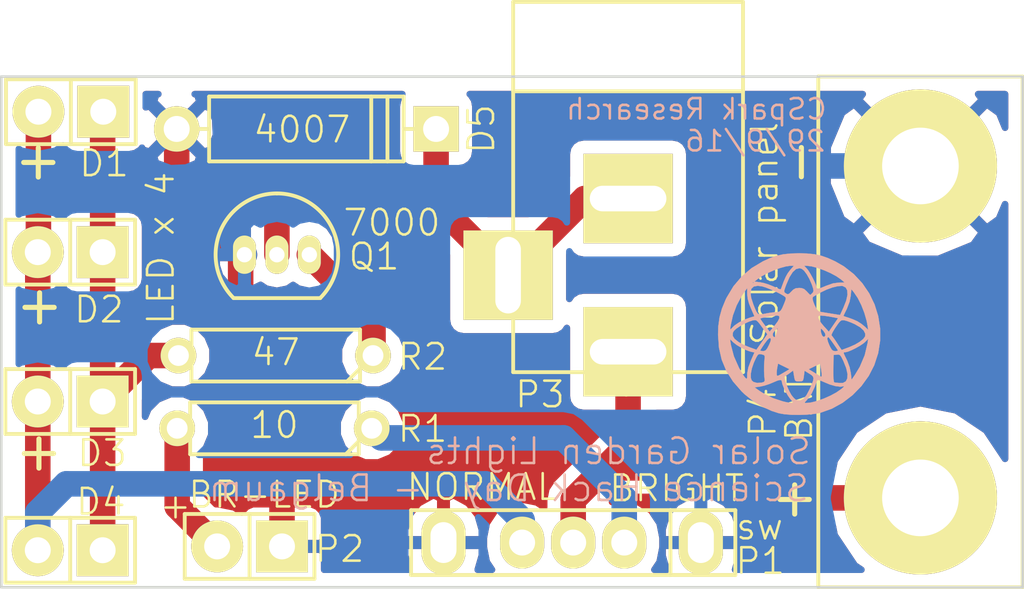
<source format=kicad_pcb>
(kicad_pcb (version 4) (host pcbnew 4.0.4+e1-6308~48~ubuntu15.10.1-stable)

  (general
    (links 21)
    (no_connects 0)
    (area 47.724999 41.374999 87.825001 61.475001)
    (thickness 1.6)
    (drawings 18)
    (tracks 56)
    (zones 0)
    (modules 13)
    (nets 9)
  )

  (page A4)
  (layers
    (0 F.Cu signal)
    (31 B.Cu signal)
    (32 B.Adhes user)
    (33 F.Adhes user)
    (34 B.Paste user)
    (35 F.Paste user)
    (36 B.SilkS user)
    (37 F.SilkS user)
    (38 B.Mask user)
    (39 F.Mask user)
    (40 Dwgs.User user)
    (41 Cmts.User user)
    (42 Eco1.User user)
    (43 Eco2.User user)
    (44 Edge.Cuts user)
    (45 Margin user)
    (46 B.CrtYd user)
    (47 F.CrtYd user)
    (48 B.Fab user)
    (49 F.Fab user)
  )

  (setup
    (last_trace_width 0.25)
    (user_trace_width 0.5)
    (user_trace_width 1)
    (trace_clearance 0.2)
    (zone_clearance 0.508)
    (zone_45_only no)
    (trace_min 0.2)
    (segment_width 0.2)
    (edge_width 0.1)
    (via_size 0.6)
    (via_drill 0.4)
    (via_min_size 0.4)
    (via_min_drill 0.3)
    (user_via 0.7112 0.508)
    (uvia_size 0.3)
    (uvia_drill 0.1)
    (uvias_allowed no)
    (uvia_min_size 0)
    (uvia_min_drill 0)
    (pcb_text_width 0.3)
    (pcb_text_size 1.5 1.5)
    (mod_edge_width 0.1)
    (mod_text_size 1 1)
    (mod_text_width 0.15)
    (pad_size 1.524 1.524)
    (pad_drill 0.7112)
    (pad_to_mask_clearance 0)
    (aux_axis_origin 0 0)
    (visible_elements 7FFFFF7F)
    (pcbplotparams
      (layerselection 0x010f0_80000001)
      (usegerberextensions false)
      (excludeedgelayer true)
      (linewidth 0.100000)
      (plotframeref false)
      (viasonmask false)
      (mode 1)
      (useauxorigin false)
      (hpglpennumber 1)
      (hpglpenspeed 20)
      (hpglpendiameter 15)
      (hpglpenoverlay 2)
      (psnegative false)
      (psa4output false)
      (plotreference true)
      (plotvalue true)
      (plotinvisibletext false)
      (padsonsilk false)
      (subtractmaskfromsilk false)
      (outputformat 1)
      (mirror false)
      (drillshape 0)
      (scaleselection 1)
      (outputdirectory Gerber/))
  )

  (net 0 "")
  (net 1 GND)
  (net 2 "Net-(D1-Pad2)")
  (net 3 "Net-(D1-Pad1)")
  (net 4 "Net-(D5-Pad1)")
  (net 5 "Net-(P1-Pad2)")
  (net 6 "Net-(P2-Pad2)")
  (net 7 "Net-(Q1-Pad3)")
  (net 8 /+BAT)

  (net_class Default "This is the default net class."
    (clearance 0.2)
    (trace_width 0.25)
    (via_dia 0.6)
    (via_drill 0.4)
    (uvia_dia 0.3)
    (uvia_drill 0.1)
    (add_net /+BAT)
    (add_net GND)
    (add_net "Net-(D1-Pad1)")
    (add_net "Net-(D1-Pad2)")
    (add_net "Net-(D5-Pad1)")
    (add_net "Net-(P1-Pad2)")
    (add_net "Net-(P2-Pad2)")
    (add_net "Net-(Q1-Pad3)")
  )

  (module Headers:Pin_Header_Straight_1x02 (layer F.Cu) (tedit 57ED27F8) (tstamp 57ECF531)
    (at 50.5 42.8 180)
    (descr "Through hole pin header")
    (tags "pin header")
    (path /57EE2E16)
    (fp_text reference D1 (at -1.3 -2.025 180) (layer F.SilkS)
      (effects (font (size 1 1) (thickness 0.1)))
    )
    (fp_text value LED (at 0 0 180) (layer F.SilkS) hide
      (effects (font (size 1.27 1.27) (thickness 0.2032)))
    )
    (fp_line (start 0 -1.27) (end 0 1.27) (layer F.SilkS) (width 0.15))
    (fp_line (start -2.54 -1.27) (end -2.54 1.27) (layer F.SilkS) (width 0.15))
    (fp_line (start -2.54 1.27) (end 0 1.27) (layer F.SilkS) (width 0.15))
    (fp_line (start 0 1.27) (end 2.54 1.27) (layer F.SilkS) (width 0.15))
    (fp_line (start 2.54 1.27) (end 2.54 -1.27) (layer F.SilkS) (width 0.15))
    (fp_line (start 2.54 -1.27) (end -2.54 -1.27) (layer F.SilkS) (width 0.15))
    (pad 1 thru_hole rect (at -1.27 0 180) (size 2.032 2.032) (drill 1.016) (layers *.Cu *.Mask F.SilkS)
      (net 3 "Net-(D1-Pad1)"))
    (pad 2 thru_hole oval (at 1.27 0 180) (size 2.032 2.032) (drill 1.016) (layers *.Cu *.Mask F.SilkS)
      (net 2 "Net-(D1-Pad2)"))
    (model Pin_Headers/Pin_Header_Straight_1x02.wrl
      (at (xyz 0 0 0))
      (scale (xyz 1 1 1))
      (rotate (xyz 0 0 0))
    )
  )

  (module Headers:Pin_Header_Straight_1x02 (layer F.Cu) (tedit 57ED27CD) (tstamp 57ECF537)
    (at 50.475 48.3 180)
    (descr "Through hole pin header")
    (tags "pin header")
    (path /57EE2182)
    (fp_text reference D2 (at -1.125 -2.25 180) (layer F.SilkS)
      (effects (font (size 1 1) (thickness 0.1)))
    )
    (fp_text value LED (at 0 0 180) (layer F.SilkS) hide
      (effects (font (size 1.27 1.27) (thickness 0.2032)))
    )
    (fp_line (start 0 -1.27) (end 0 1.27) (layer F.SilkS) (width 0.15))
    (fp_line (start -2.54 -1.27) (end -2.54 1.27) (layer F.SilkS) (width 0.15))
    (fp_line (start -2.54 1.27) (end 0 1.27) (layer F.SilkS) (width 0.15))
    (fp_line (start 0 1.27) (end 2.54 1.27) (layer F.SilkS) (width 0.15))
    (fp_line (start 2.54 1.27) (end 2.54 -1.27) (layer F.SilkS) (width 0.15))
    (fp_line (start 2.54 -1.27) (end -2.54 -1.27) (layer F.SilkS) (width 0.15))
    (pad 1 thru_hole rect (at -1.27 0 180) (size 2.032 2.032) (drill 1.016) (layers *.Cu *.Mask F.SilkS)
      (net 3 "Net-(D1-Pad1)"))
    (pad 2 thru_hole oval (at 1.27 0 180) (size 2.032 2.032) (drill 1.016) (layers *.Cu *.Mask F.SilkS)
      (net 2 "Net-(D1-Pad2)"))
    (model Pin_Headers/Pin_Header_Straight_1x02.wrl
      (at (xyz 0 0 0))
      (scale (xyz 1 1 1))
      (rotate (xyz 0 0 0))
    )
  )

  (module Headers:Pin_Header_Straight_1x02 (layer F.Cu) (tedit 57ED27DB) (tstamp 57ECF53D)
    (at 50.475 54.15 180)
    (descr "Through hole pin header")
    (tags "pin header")
    (path /57EE2285)
    (fp_text reference D3 (at -1.25 -2.025 180) (layer F.SilkS)
      (effects (font (size 1 1) (thickness 0.1)))
    )
    (fp_text value LED (at 0 0 180) (layer F.SilkS) hide
      (effects (font (size 1.27 1.27) (thickness 0.2032)))
    )
    (fp_line (start 0 -1.27) (end 0 1.27) (layer F.SilkS) (width 0.15))
    (fp_line (start -2.54 -1.27) (end -2.54 1.27) (layer F.SilkS) (width 0.15))
    (fp_line (start -2.54 1.27) (end 0 1.27) (layer F.SilkS) (width 0.15))
    (fp_line (start 0 1.27) (end 2.54 1.27) (layer F.SilkS) (width 0.15))
    (fp_line (start 2.54 1.27) (end 2.54 -1.27) (layer F.SilkS) (width 0.15))
    (fp_line (start 2.54 -1.27) (end -2.54 -1.27) (layer F.SilkS) (width 0.15))
    (pad 1 thru_hole rect (at -1.27 0 180) (size 2.032 2.032) (drill 1.016) (layers *.Cu *.Mask F.SilkS)
      (net 3 "Net-(D1-Pad1)"))
    (pad 2 thru_hole oval (at 1.27 0 180) (size 2.032 2.032) (drill 1.016) (layers *.Cu *.Mask F.SilkS)
      (net 2 "Net-(D1-Pad2)"))
    (model Pin_Headers/Pin_Header_Straight_1x02.wrl
      (at (xyz 0 0 0))
      (scale (xyz 1 1 1))
      (rotate (xyz 0 0 0))
    )
  )

  (module Headers:Pin_Header_Straight_1x02 (layer F.Cu) (tedit 57ED27E3) (tstamp 57ECF543)
    (at 50.475 59.975 180)
    (descr "Through hole pin header")
    (tags "pin header")
    (path /57EE2465)
    (fp_text reference D4 (at -1.2 1.9 180) (layer F.SilkS)
      (effects (font (size 1 1) (thickness 0.1)))
    )
    (fp_text value LED (at 0 0 180) (layer F.SilkS) hide
      (effects (font (size 1.27 1.27) (thickness 0.2032)))
    )
    (fp_line (start 0 -1.27) (end 0 1.27) (layer F.SilkS) (width 0.15))
    (fp_line (start -2.54 -1.27) (end -2.54 1.27) (layer F.SilkS) (width 0.15))
    (fp_line (start -2.54 1.27) (end 0 1.27) (layer F.SilkS) (width 0.15))
    (fp_line (start 0 1.27) (end 2.54 1.27) (layer F.SilkS) (width 0.15))
    (fp_line (start 2.54 1.27) (end 2.54 -1.27) (layer F.SilkS) (width 0.15))
    (fp_line (start 2.54 -1.27) (end -2.54 -1.27) (layer F.SilkS) (width 0.15))
    (pad 1 thru_hole rect (at -1.27 0 180) (size 2.032 2.032) (drill 1.016) (layers *.Cu *.Mask F.SilkS)
      (net 3 "Net-(D1-Pad1)"))
    (pad 2 thru_hole oval (at 1.27 0 180) (size 2.032 2.032) (drill 1.016) (layers *.Cu *.Mask F.SilkS)
      (net 2 "Net-(D1-Pad2)"))
    (model Pin_Headers/Pin_Header_Straight_1x02.wrl
      (at (xyz 0 0 0))
      (scale (xyz 1 1 1))
      (rotate (xyz 0 0 0))
    )
  )

  (module Headers:Pin_Header_Straight_1x02 (layer F.Cu) (tedit 57ED226A) (tstamp 57ECF557)
    (at 57.5 59.825 180)
    (descr "Through hole pin header")
    (tags "pin header")
    (path /57EE0407)
    (fp_text reference P2 (at -3.525 -0.1 180) (layer F.SilkS)
      (effects (font (size 1 1) (thickness 0.1)))
    )
    (fp_text value BR-LED (at -0.575 2.025 180) (layer F.SilkS)
      (effects (font (size 1 1) (thickness 0.1)))
    )
    (fp_line (start 0 -1.27) (end 0 1.27) (layer F.SilkS) (width 0.15))
    (fp_line (start -2.54 -1.27) (end -2.54 1.27) (layer F.SilkS) (width 0.15))
    (fp_line (start -2.54 1.27) (end 0 1.27) (layer F.SilkS) (width 0.15))
    (fp_line (start 0 1.27) (end 2.54 1.27) (layer F.SilkS) (width 0.15))
    (fp_line (start 2.54 1.27) (end 2.54 -1.27) (layer F.SilkS) (width 0.15))
    (fp_line (start 2.54 -1.27) (end -2.54 -1.27) (layer F.SilkS) (width 0.15))
    (pad 1 thru_hole rect (at -1.27 0 180) (size 2.032 2.032) (drill 1.016) (layers *.Cu *.Mask F.SilkS)
      (net 1 GND))
    (pad 2 thru_hole oval (at 1.27 0 180) (size 2.032 2.032) (drill 1.016) (layers *.Cu *.Mask F.SilkS)
      (net 6 "Net-(P2-Pad2)"))
    (model Pin_Headers/Pin_Header_Straight_1x02.wrl
      (at (xyz 0 0 0))
      (scale (xyz 1 1 1))
      (rotate (xyz 0 0 0))
    )
  )

  (module Discret:D4 (layer F.Cu) (tedit 57ED2294) (tstamp 57ECF95C)
    (at 59.725 43.475)
    (descr "Diode 4 pas")
    (tags "DIODE DEV")
    (path /57EDEE0C)
    (fp_text reference D5 (at 6.85 0 90) (layer F.SilkS)
      (effects (font (size 1 1) (thickness 0.1)))
    )
    (fp_text value 4007 (at -0.175 0.025) (layer F.SilkS)
      (effects (font (size 1 1) (thickness 0.1)))
    )
    (fp_line (start -3.81 -1.27) (end 3.81 -1.27) (layer F.SilkS) (width 0.15))
    (fp_line (start 3.81 -1.27) (end 3.81 1.27) (layer F.SilkS) (width 0.15))
    (fp_line (start 3.81 1.27) (end -3.81 1.27) (layer F.SilkS) (width 0.15))
    (fp_line (start -3.81 1.27) (end -3.81 -1.27) (layer F.SilkS) (width 0.15))
    (fp_line (start 3.175 -1.27) (end 3.175 1.27) (layer F.SilkS) (width 0.15))
    (fp_line (start 2.54 1.27) (end 2.54 -1.27) (layer F.SilkS) (width 0.15))
    (fp_line (start -3.81 0) (end -5.08 0) (layer F.SilkS) (width 0.15))
    (fp_line (start 3.81 0) (end 5.08 0) (layer F.SilkS) (width 0.15))
    (pad 2 thru_hole circle (at -5.08 0) (size 1.778 1.778) (drill 1.016) (layers *.Cu *.Mask F.SilkS)
      (net 1 GND))
    (pad 1 thru_hole rect (at 5.08 0) (size 1.778 1.778) (drill 1.016) (layers *.Cu *.Mask F.SilkS)
      (net 4 "Net-(D5-Pad1)"))
    (model Discret.3dshapes/D4.wrl
      (at (xyz 0 0 0))
      (scale (xyz 0.4 0.4 0.4))
      (rotate (xyz 0 0 0))
    )
  )

  (module Discret:R3 (layer F.Cu) (tedit 57ED22C2) (tstamp 57ECF961)
    (at 58.475 55.2 180)
    (descr "Resitance 3 pas")
    (tags R)
    (path /57EE098D)
    (fp_text reference R1 (at -5.8 -0.025 180) (layer F.SilkS)
      (effects (font (size 1 1) (thickness 0.1)))
    )
    (fp_text value 10 (at 0 0.127 180) (layer F.SilkS)
      (effects (font (size 1 1) (thickness 0.1)))
    )
    (fp_line (start -3.81 0) (end -3.302 0) (layer F.SilkS) (width 0.15))
    (fp_line (start 3.81 0) (end 3.302 0) (layer F.SilkS) (width 0.15))
    (fp_line (start 3.302 0) (end 3.302 -1.016) (layer F.SilkS) (width 0.15))
    (fp_line (start 3.302 -1.016) (end -3.302 -1.016) (layer F.SilkS) (width 0.15))
    (fp_line (start -3.302 -1.016) (end -3.302 1.016) (layer F.SilkS) (width 0.15))
    (fp_line (start -3.302 1.016) (end 3.302 1.016) (layer F.SilkS) (width 0.15))
    (fp_line (start 3.302 1.016) (end 3.302 0) (layer F.SilkS) (width 0.15))
    (fp_line (start -3.302 -0.508) (end -2.794 -1.016) (layer F.SilkS) (width 0.15))
    (pad 1 thru_hole circle (at -3.81 0 180) (size 1.397 1.397) (drill 0.8128) (layers *.Cu *.Mask F.SilkS)
      (net 5 "Net-(P1-Pad2)"))
    (pad 2 thru_hole circle (at 3.81 0 180) (size 1.397 1.397) (drill 0.8128) (layers *.Cu *.Mask F.SilkS)
      (net 6 "Net-(P2-Pad2)"))
    (model Discret.3dshapes/R3.wrl
      (at (xyz 0 0 0))
      (scale (xyz 0.3 0.3 0.3))
      (rotate (xyz 0 0 0))
    )
  )

  (module Discret:R3 (layer F.Cu) (tedit 57ED22B6) (tstamp 57ECF966)
    (at 58.525 52.35 180)
    (descr "Resitance 3 pas")
    (tags R)
    (path /57EE35CE)
    (fp_text reference R2 (at -5.75 -0.05 180) (layer F.SilkS)
      (effects (font (size 1 1) (thickness 0.1)))
    )
    (fp_text value 47 (at 0 0.127 180) (layer F.SilkS)
      (effects (font (size 1 1) (thickness 0.1)))
    )
    (fp_line (start -3.81 0) (end -3.302 0) (layer F.SilkS) (width 0.15))
    (fp_line (start 3.81 0) (end 3.302 0) (layer F.SilkS) (width 0.15))
    (fp_line (start 3.302 0) (end 3.302 -1.016) (layer F.SilkS) (width 0.15))
    (fp_line (start 3.302 -1.016) (end -3.302 -1.016) (layer F.SilkS) (width 0.15))
    (fp_line (start -3.302 -1.016) (end -3.302 1.016) (layer F.SilkS) (width 0.15))
    (fp_line (start -3.302 1.016) (end 3.302 1.016) (layer F.SilkS) (width 0.15))
    (fp_line (start 3.302 1.016) (end 3.302 0) (layer F.SilkS) (width 0.15))
    (fp_line (start -3.302 -0.508) (end -2.794 -1.016) (layer F.SilkS) (width 0.15))
    (pad 1 thru_hole circle (at -3.81 0 180) (size 1.397 1.397) (drill 0.8128) (layers *.Cu *.Mask F.SilkS)
      (net 7 "Net-(Q1-Pad3)"))
    (pad 2 thru_hole circle (at 3.81 0 180) (size 1.397 1.397) (drill 0.8128) (layers *.Cu *.Mask F.SilkS)
      (net 3 "Net-(D1-Pad1)"))
    (model Discret.3dshapes/R3.wrl
      (at (xyz 0 0 0))
      (scale (xyz 0.3 0.3 0.3))
      (rotate (xyz 0 0 0))
    )
  )

  (module MyLib:bat-LA (layer F.Cu) (tedit 57ED2155) (tstamp 57ECFB4B)
    (at 83.775 51.425 270)
    (descr "Through hole pin header")
    (tags "pin header")
    (path /57EDF025)
    (fp_text reference P4 (at 3.15 6.175 270) (layer F.SilkS)
      (effects (font (size 1 1) (thickness 0.1)))
    )
    (fp_text value BAT (at 2.975 4.75 270) (layer F.SilkS)
      (effects (font (size 1 1) (thickness 0.1)))
    )
    (fp_line (start -10 -4) (end -10 4) (layer F.SilkS) (width 0.15))
    (fp_line (start -10 4) (end 10 4) (layer F.SilkS) (width 0.15))
    (fp_line (start 10 4) (end 10 -4) (layer F.SilkS) (width 0.15))
    (fp_line (start 10 -4) (end -10 -4) (layer F.SilkS) (width 0.15))
    (pad 1 thru_hole circle (at -6.5 0 270) (size 6 6) (drill 3) (layers *.Cu *.Mask F.SilkS)
      (net 1 GND))
    (pad 2 thru_hole oval (at 6.5 0 270) (size 6 6) (drill 3) (layers *.Cu *.Mask F.SilkS)
      (net 8 /+BAT))
    (model Pin_Headers/Pin_Header_Straight_1x02.wrl
      (at (xyz 0 0 0))
      (scale (xyz 1 1 1))
      (rotate (xyz 0 0 0))
    )
  )

  (module TO92:TO-92_Inline_Narrow_Oval (layer F.Cu) (tedit 57ED229F) (tstamp 57ECFBE4)
    (at 57.3 48.4)
    (descr "TO-92 leads in-line, narrow, oval pads, drill 0.6mm (see NXP sot054_po.pdf)")
    (tags "to-92 sc-43 sc-43a sot54 PA33 transistor")
    (path /57EDE241)
    (fp_text reference Q1 (at 5.075 0.075) (layer F.SilkS)
      (effects (font (size 1 1) (thickness 0.1)))
    )
    (fp_text value 7000 (at 5.775 -1.25) (layer F.SilkS)
      (effects (font (size 1 1) (thickness 0.1)))
    )
    (fp_line (start -1.4 1.95) (end -1.4 -2.65) (layer F.CrtYd) (width 0.05))
    (fp_line (start -1.4 1.95) (end 3.95 1.95) (layer F.CrtYd) (width 0.05))
    (fp_line (start -0.43 1.7) (end 2.97 1.7) (layer F.SilkS) (width 0.15))
    (fp_arc (start 1.27 0) (end 1.27 -2.4) (angle -135) (layer F.SilkS) (width 0.15))
    (fp_arc (start 1.27 0) (end 1.27 -2.4) (angle 135) (layer F.SilkS) (width 0.15))
    (fp_line (start -1.4 -2.65) (end 3.95 -2.65) (layer F.CrtYd) (width 0.05))
    (fp_line (start 3.95 1.95) (end 3.95 -2.65) (layer F.CrtYd) (width 0.05))
    (pad 2 thru_hole oval (at 1.27 0 180) (size 0.89916 1.50114) (drill 0.6) (layers *.Cu *.Mask F.SilkS)
      (net 4 "Net-(D5-Pad1)"))
    (pad 3 thru_hole oval (at 2.54 0 180) (size 0.89916 1.50114) (drill 0.6) (layers *.Cu *.Mask F.SilkS)
      (net 7 "Net-(Q1-Pad3)"))
    (pad 1 thru_hole oval (at 0 0 180) (size 0.89916 1.50114) (drill 0.6) (layers *.Cu *.Mask F.SilkS)
      (net 1 GND))
    (model Housings_TO-92.3dshapes/TO-92_Inline_Narrow_Oval.wrl
      (at (xyz 0.05 0 0))
      (scale (xyz 1 1 1))
      (rotate (xyz 0 0 -90))
    )
  )

  (module Connector:BARREL_JACK (layer F.Cu) (tedit 57ED22AF) (tstamp 57ECFC10)
    (at 72.325 46 270)
    (descr "DC Barrel Jack")
    (tags "Power Jack")
    (path /57ECFCCB)
    (fp_text reference P3 (at 7.875 3.45 360) (layer F.SilkS)
      (effects (font (size 1 1) (thickness 0.1)))
    )
    (fp_text value "Solar panel" (at 1.575 -5.35 270) (layer F.SilkS)
      (effects (font (size 1 1) (thickness 0.1)))
    )
    (fp_line (start -4.0005 -4.50088) (end -4.0005 4.50088) (layer F.SilkS) (width 0.15))
    (fp_line (start -7.50062 -4.50088) (end -7.50062 4.50088) (layer F.SilkS) (width 0.15))
    (fp_line (start -7.50062 4.50088) (end 7.00024 4.50088) (layer F.SilkS) (width 0.15))
    (fp_line (start 7.00024 4.50088) (end 7.00024 -4.50088) (layer F.SilkS) (width 0.15))
    (fp_line (start 7.00024 -4.50088) (end -7.50062 -4.50088) (layer F.SilkS) (width 0.15))
    (pad 1 thru_hole rect (at 6.20014 0 270) (size 3.50012 3.50012) (drill oval 1.00076 2.99974) (layers *.Cu *.Mask F.SilkS)
      (net 8 /+BAT))
    (pad 2 thru_hole rect (at 0.20066 0 270) (size 3.50012 3.50012) (drill oval 1.00076 2.99974) (layers *.Cu *.Mask F.SilkS)
      (net 4 "Net-(D5-Pad1)"))
    (pad 3 thru_hole rect (at 3.2004 4.699 270) (size 3.50012 3.50012) (drill oval 2.99974 1.00076) (layers *.Cu *.Mask F.SilkS)
      (net 4 "Net-(D5-Pad1)"))
  )

  (module MyLib:switch-2way (layer F.Cu) (tedit 57ED2174) (tstamp 57ED0442)
    (at 70.175 59.675 180)
    (descr "Through hole pin header")
    (tags "pin header")
    (path /57ED0478)
    (fp_text reference P1 (at -7.325 -0.725 180) (layer F.SilkS)
      (effects (font (size 1 1) (thickness 0.1)))
    )
    (fp_text value sw (at -7.3 0.625 180) (layer F.SilkS)
      (effects (font (size 1 1) (thickness 0.1)))
    )
    (fp_line (start -3.81 -1.27) (end 6.35 -1.27) (layer F.SilkS) (width 0.15))
    (fp_line (start 6.35 -1.27) (end 6.35 1.27) (layer F.SilkS) (width 0.15))
    (fp_line (start 6.35 1.27) (end -3.81 1.27) (layer F.SilkS) (width 0.15))
    (fp_line (start -6.35 -1.27) (end -3.81 -1.27) (layer F.SilkS) (width 0.15))
    (fp_line (start -3.81 -1.27) (end -3.81 1.27) (layer F.SilkS) (width 0.15))
    (fp_line (start -6.35 -1.27) (end -6.35 1.27) (layer F.SilkS) (width 0.15))
    (fp_line (start -6.35 1.27) (end -3.81 1.27) (layer F.SilkS) (width 0.15))
    (pad 1 thru_hole oval (at -5 0 180) (size 1.7272 2.5) (drill oval 1.016 1.6) (layers *.Cu *.Mask F.SilkS)
      (net 1 GND))
    (pad 2 thru_hole oval (at -2 0 180) (size 1.7272 2.032) (drill 1.016) (layers *.Cu *.Mask F.SilkS)
      (net 5 "Net-(P1-Pad2)"))
    (pad 3 thru_hole oval (at 0 0 180) (size 1.7272 2.032) (drill 1.016) (layers *.Cu *.Mask F.SilkS)
      (net 8 /+BAT))
    (pad 4 thru_hole oval (at 2 0 180) (size 1.7272 2.032) (drill 1.016) (layers *.Cu *.Mask F.SilkS)
      (net 2 "Net-(D1-Pad2)"))
    (pad 5 thru_hole oval (at 5.08 0 180) (size 1.7272 2.5) (drill oval 1.016 1.6) (layers *.Cu *.Mask F.SilkS)
      (net 1 GND))
    (model Pin_Headers/Pin_Header_Straight_1x05.wrl
      (at (xyz 0 0 0))
      (scale (xyz 1 1 1))
      (rotate (xyz 0 0 0))
    )
  )

  (module solar-garden-lamps:logo (layer B.Cu) (tedit 59D0B14E) (tstamp 59D0B230)
    (at 79.15 51.25 180)
    (fp_text reference G*** (at 0 -5 180) (layer B.SilkS) hide
      (effects (font (thickness 0.3)) (justify mirror))
    )
    (fp_text value LOGO (at 0.75 4 180) (layer B.SilkS) hide
      (effects (font (thickness 0.3)) (justify mirror))
    )
    (fp_poly (pts (xy 0.471702 2.894187) (xy 0.762168 2.862105) (xy 1.026544 2.800911) (xy 1.293309 2.704285)
      (xy 1.544833 2.588776) (xy 1.983704 2.326874) (xy 2.369407 2.000218) (xy 2.697775 1.613099)
      (xy 2.964643 1.169808) (xy 3.006236 1.0835) (xy 3.149645 0.734588) (xy 3.241612 0.403716)
      (xy 3.28947 0.056957) (xy 3.300941 -0.279866) (xy 3.265108 -0.791798) (xy 3.157464 -1.26402)
      (xy 2.975248 -1.702739) (xy 2.715699 -2.114163) (xy 2.376058 -2.5045) (xy 2.263007 -2.613873)
      (xy 1.945757 -2.86895) (xy 1.582145 -3.092397) (xy 1.201591 -3.267942) (xy 0.911522 -3.36125)
      (xy 0.689001 -3.399377) (xy 0.410744 -3.420194) (xy 0.103815 -3.42406) (xy -0.204717 -3.411336)
      (xy -0.487789 -3.382381) (xy -0.710284 -3.339694) (xy -1.156741 -3.180327) (xy -1.579854 -2.946782)
      (xy -1.968809 -2.648613) (xy -2.29586 -2.312759) (xy -1.634398 -2.312759) (xy -1.588013 -2.358322)
      (xy -1.523036 -2.413263) (xy -1.339076 -2.542056) (xy -1.105314 -2.668886) (xy -0.84628 -2.783732)
      (xy -0.586501 -2.876576) (xy -0.35051 -2.9374) (xy -0.193497 -2.956317) (xy -0.06916 -2.959333)
      (xy -0.090476 -2.936144) (xy 0.367843 -2.936144) (xy 0.382743 -2.956392) (xy 0.424174 -2.959333)
      (xy 0.514225 -2.948915) (xy 0.651821 -2.921958) (xy 0.769553 -2.893789) (xy 1.144536 -2.770085)
      (xy 1.488445 -2.605374) (xy 1.677768 -2.48493) (xy 1.872023 -2.3455) (xy 1.644928 -2.312671)
      (xy 1.482388 -2.275742) (xy 1.292108 -2.213386) (xy 1.148901 -2.154111) (xy 0.988185 -2.085977)
      (xy 1.473901 -2.085977) (xy 1.504183 -2.134585) (xy 1.587167 -2.16089) (xy 1.766726 -2.174591)
      (xy 1.912357 -2.135317) (xy 1.982386 -2.078599) (xy 2.02021 -1.970702) (xy 2.018308 -1.808179)
      (xy 1.979468 -1.609623) (xy 1.906478 -1.393626) (xy 1.865772 -1.301041) (xy 1.79638 -1.158082)
      (xy 1.746703 -1.077178) (xy 1.700893 -1.043547) (xy 1.643104 -1.042408) (xy 1.597554 -1.050872)
      (xy 1.510438 -1.074822) (xy 1.4756 -1.116957) (xy 1.47609 -1.205652) (xy 1.480701 -1.246508)
      (xy 1.497101 -1.471761) (xy 1.49888 -1.717976) (xy 1.48605 -1.938832) (xy 1.480489 -1.985186)
      (xy 1.473901 -2.085977) (xy 0.988185 -2.085977) (xy 0.977994 -2.081657) (xy 0.869318 -2.055126)
      (xy 0.814611 -2.073548) (xy 0.804 -2.113577) (xy 0.782243 -2.216907) (xy 0.725562 -2.363259)
      (xy 0.646846 -2.52578) (xy 0.558979 -2.677613) (xy 0.482862 -2.782775) (xy 0.399535 -2.883327)
      (xy 0.367843 -2.936144) (xy -0.090476 -2.936144) (xy -0.176176 -2.842916) (xy -0.356756 -2.596845)
      (xy -0.490745 -2.313519) (xy -0.508313 -2.260833) (xy -0.547763 -2.147442) (xy -0.582147 -2.070791)
      (xy -0.589824 -2.059573) (xy -0.640425 -2.059096) (xy -0.741162 -2.09103) (xy -0.835633 -2.132271)
      (xy -1.070137 -2.230116) (xy -1.290358 -2.293848) (xy -1.474661 -2.318053) (xy -1.554581 -2.312236)
      (xy -1.622002 -2.301407) (xy -1.634398 -2.312759) (xy -2.29586 -2.312759) (xy -2.312789 -2.295375)
      (xy -2.600978 -1.896626) (xy -2.814917 -1.48034) (xy -2.970093 -1.004942) (xy -3.045802 -0.520367)
      (xy -3.045732 -0.44808) (xy -2.579549 -0.44808) (xy -2.555292 -0.613623) (xy -2.44372 -1.086118)
      (xy -2.252054 -1.538932) (xy -2.058776 -1.858666) (xy -1.927275 -2.049166) (xy -1.901206 -1.815985)
      (xy -1.769502 -1.815985) (xy -1.764061 -1.99075) (xy -1.703733 -2.111708) (xy -1.589477 -2.174515)
      (xy -1.423792 -2.175085) (xy -1.318927 -2.160334) (xy -1.254458 -2.155034) (xy -1.233043 -2.121978)
      (xy -1.219715 -2.019363) (xy -1.219076 -1.999131) (xy -0.438051 -1.999131) (xy -0.418175 -2.100631)
      (xy -0.361463 -2.248326) (xy -0.284469 -2.422496) (xy -0.164966 -2.64982) (xy -0.04629 -2.795535)
      (xy 0.075442 -2.862567) (xy 0.204115 -2.853844) (xy 0.257068 -2.830513) (xy 0.331135 -2.767598)
      (xy 0.415151 -2.664557) (xy 0.438675 -2.629366) (xy 0.509769 -2.500767) (xy 0.578595 -2.349584)
      (xy 0.638193 -2.195521) (xy 0.681601 -2.058278) (xy 0.70186 -1.957558) (xy 0.692008 -1.913061)
      (xy 0.691779 -1.912981) (xy 0.631834 -1.880003) (xy 0.536404 -1.815737) (xy 0.503364 -1.791758)
      (xy 0.3595 -1.685386) (xy 0.324521 -1.899026) (xy 0.301208 -2.024456) (xy 0.271833 -2.087643)
      (xy 0.216851 -2.109933) (xy 0.128891 -2.112666) (xy 0.03325 -2.10903) (xy -0.017509 -2.083655)
      (xy -0.042919 -2.014844) (xy -0.059527 -1.903343) (xy -0.087295 -1.694019) (xy -0.273818 -1.808093)
      (xy -0.366156 -1.869232) (xy -0.420806 -1.927455) (xy -0.438051 -1.999131) (xy -1.219076 -1.999131)
      (xy -1.214451 -1.852952) (xy -0.759196 -1.852952) (xy -0.75495 -1.921296) (xy -0.720375 -1.923908)
      (xy -0.667083 -1.892712) (xy -0.569847 -1.832123) (xy -0.444799 -1.755445) (xy -0.408896 -1.733635)
      (xy -0.245958 -1.634918) (xy -0.248126 -1.633861) (xy 0.501528 -1.633861) (xy 0.748014 -1.78061)
      (xy 0.878432 -1.856429) (xy 0.953435 -1.891563) (xy 0.989625 -1.889843) (xy 1.003607 -1.855102)
      (xy 1.005789 -1.840096) (xy 1.005262 -1.742144) (xy 0.989594 -1.611266) (xy 0.984622 -1.5835)
      (xy 0.952167 -1.414166) (xy 0.726847 -1.524014) (xy 0.501528 -1.633861) (xy -0.248126 -1.633861)
      (xy -0.472396 -1.524542) (xy -0.698833 -1.414166) (xy -0.727446 -1.5835) (xy -0.747076 -1.720001)
      (xy -0.758494 -1.837599) (xy -0.759196 -1.852952) (xy -1.214451 -1.852952) (xy -1.214106 -1.842074)
      (xy -1.215336 -1.615284) (xy -1.223839 -1.0755) (xy -1.353856 -1.062164) (xy -1.424166 -1.060585)
      (xy -1.475868 -1.083845) (xy -1.524712 -1.147827) (xy -1.586446 -1.268414) (xy -1.611893 -1.322401)
      (xy -1.719098 -1.591754) (xy -1.769502 -1.815985) (xy -1.901206 -1.815985) (xy -1.898096 -1.788171)
      (xy -1.84922 -1.553893) (xy -1.761543 -1.313068) (xy -1.738959 -1.265243) (xy -1.665662 -1.116778)
      (xy -1.626307 -1.028744) (xy -1.617915 -0.985383) (xy -1.628223 -0.977779) (xy 1.874684 -0.977779)
      (xy 2.016158 -1.301806) (xy 2.114066 -1.564712) (xy 2.155983 -1.780001) (xy 2.15815 -1.833477)
      (xy 2.160641 -1.954608) (xy 2.172532 -2.005384) (xy 2.20165 -2.000101) (xy 2.234338 -1.97264)
      (xy 2.288283 -1.904788) (xy 2.366246 -1.783522) (xy 2.454235 -1.631084) (xy 2.484804 -1.574495)
      (xy 2.682428 -1.128249) (xy 2.797727 -0.689126) (xy 2.808875 -0.617539) (xy 2.831611 -0.455911)
      (xy 2.701051 -0.583557) (xy 2.567962 -0.687025) (xy 2.38728 -0.794142) (xy 2.193294 -0.887015)
      (xy 2.020293 -0.947751) (xy 1.989635 -0.954789) (xy 1.874684 -0.977779) (xy -1.628223 -0.977779)
      (xy -1.637506 -0.970932) (xy -1.682101 -0.969633) (xy -1.683083 -0.969633) (xy -1.781162 -0.947633)
      (xy -1.888912 -0.904359) (xy -1.397333 -0.904359) (xy -1.360736 -0.920884) (xy -1.280917 -0.926823)
      (xy -1.20947 -0.915394) (xy -1.152935 -0.869852) (xy -1.093931 -0.772197) (xy -1.056131 -0.69405)
      (xy -1.003055 -0.561669) (xy -0.978627 -0.464372) (xy 1.228794 -0.464372) (xy 1.246614 -0.548448)
      (xy 1.306007 -0.687415) (xy 1.308113 -0.691857) (xy 1.376821 -0.824071) (xy 1.434057 -0.894796)
      (xy 1.497335 -0.922096) (xy 1.53425 -0.925064) (xy 1.618768 -0.918853) (xy 1.650667 -0.902312)
      (xy 1.628054 -0.857829) (xy 1.568477 -0.763977) (xy 1.484322 -0.640184) (xy 1.475158 -0.627086)
      (xy 1.372045 -0.490435) (xy 1.300664 -0.422178) (xy 1.253706 -0.415585) (xy 1.249022 -0.4189)
      (xy 1.228794 -0.464372) (xy -0.978627 -0.464372) (xy -0.976712 -0.456745) (xy -0.979746 -0.410036)
      (xy -1.017506 -0.374824) (xy -1.028497 -0.378225) (xy -1.083114 -0.448533) (xy -1.160059 -0.553779)
      (xy -1.244636 -0.672999) (xy -1.322148 -0.785228) (xy -1.377898 -0.869502) (xy -1.397333 -0.904359)
      (xy -1.888912 -0.904359) (xy -1.924678 -0.889995) (xy -2.089384 -0.80917) (xy -2.251034 -0.717608)
      (xy -2.385379 -0.627759) (xy -2.443524 -0.579151) (xy -2.579549 -0.44808) (xy -3.045732 -0.44808)
      (xy -3.045535 -0.246996) (xy -2.466425 -0.246996) (xy -2.458519 -0.350819) (xy -2.386437 -0.451969)
      (xy -2.248295 -0.563023) (xy -2.060145 -0.673239) (xy -1.838039 -0.771877) (xy -1.817981 -0.77943)
      (xy -1.68164 -0.830108) (xy -1.582386 -0.86712) (xy -1.540968 -0.882726) (xy -1.540812 -0.882794)
      (xy -1.517446 -0.851132) (xy -1.459743 -0.765236) (xy -1.379094 -0.642128) (xy -1.359045 -0.611188)
      (xy -1.26942 -0.477133) (xy -1.193871 -0.372296) (xy -1.146583 -0.316195) (xy -1.142206 -0.312803)
      (xy -1.142956 -0.304406) (xy -0.906756 -0.304406) (xy -0.904426 -0.314064) (xy -0.858104 -0.372165)
      (xy -0.800773 -0.348962) (xy -0.763823 -0.295116) (xy -0.728148 -0.184193) (xy -0.721338 -0.115199)
      (xy -0.725181 -0.054086) (xy -0.745616 -0.049555) (xy -0.799621 -0.104692) (xy -0.825626 -0.134147)
      (xy -0.887462 -0.226968) (xy -0.906756 -0.304406) (xy -1.142956 -0.304406) (xy -1.146089 -0.269376)
      (xy -1.19076 -0.174751) (xy -1.267455 -0.046382) (xy -1.302806 0.007072) (xy -1.402976 0.151189)
      (xy -1.473302 0.237304) (xy -1.529816 0.278572) (xy -1.588551 0.288151) (xy -1.639166 0.283105)
      (xy -1.746328 0.255005) (xy -1.896093 0.199934) (xy -2.054645 0.130454) (xy -2.26383 0.009357)
      (xy -2.402712 -0.118392) (xy -2.466425 -0.246996) (xy -3.045535 -0.246996) (xy -3.045385 -0.094253)
      (xy -2.579549 -0.094253) (xy -2.443524 0.034977) (xy -2.311801 0.14111) (xy -2.162865 0.235806)
      (xy -2.138167 0.24872) (xy -1.980967 0.318116) (xy -1.855983 0.363834) (xy -1.40007 0.363834)
      (xy -1.0375 -0.166474) (xy -0.901159 -0.017166) (xy 0.965207 -0.017166) (xy 0.995415 -0.165333)
      (xy 1.036076 -0.311138) (xy 1.081126 -0.379392) (xy 1.127538 -0.367532) (xy 1.161012 -0.305586)
      (xy 1.156212 -0.267685) (xy 1.371159 -0.267685) (xy 1.798833 -0.873109) (xy 2.064659 -0.778024)
      (xy 2.236035 -0.708426) (xy 2.403114 -0.627212) (xy 2.500267 -0.570583) (xy 2.655381 -0.445136)
      (xy 2.728767 -0.325606) (xy 2.722615 -0.206676) (xy 2.680893 -0.13236) (xy 2.591715 -0.048737)
      (xy 2.448216 0.048165) (xy 2.276185 0.144223) (xy 2.101409 0.225311) (xy 1.949676 0.277307)
      (xy 1.921612 0.283503) (xy 1.85388 0.290891) (xy 1.797782 0.274742) (xy 1.737041 0.222489)
      (xy 1.655379 0.121564) (xy 1.580775 0.020343) (xy 1.371159 -0.267685) (xy 1.156212 -0.267685)
      (xy 1.150017 -0.218783) (xy 1.076812 -0.12567) (xy 0.965207 -0.017166) (xy -0.901159 -0.017166)
      (xy -0.840732 0.049008) (xy -0.737264 0.173816) (xy -0.659052 0.289531) (xy -0.624352 0.367079)
      (xy -0.624278 0.368635) (xy 0.896813 0.368635) (xy 0.956678 0.245029) (xy 1.082116 0.075083)
      (xy 1.084526 0.072151) (xy 1.280386 -0.165757) (xy 1.464398 0.077872) (xy 1.554673 0.200497)
      (xy 1.620653 0.296028) (xy 1.649242 0.345426) (xy 1.649539 0.347047) (xy 1.612052 0.364966)
      (xy 1.514069 0.389575) (xy 1.37905 0.416605) (xy 1.259568 0.436852) (xy 1.875295 0.436852)
      (xy 2.048731 0.384992) (xy 2.271861 0.30229) (xy 2.48128 0.196269) (xy 2.648837 0.082166)
      (xy 2.705796 0.029358) (xy 2.776361 -0.043302) (xy 2.817165 -0.079693) (xy 2.819551 -0.080666)
      (xy 2.821478 -0.043629) (xy 2.812386 0.04832) (xy 2.808408 0.078084) (xy 2.720379 0.471217)
      (xy 2.572159 0.868362) (xy 2.377817 1.234838) (xy 2.281208 1.37759) (xy 2.158667 1.54468)
      (xy 2.15815 1.31409) (xy 2.14113 1.131906) (xy 2.085869 0.933514) (xy 2.016464 0.760176)
      (xy 1.875295 0.436852) (xy 1.259568 0.436852) (xy 1.230451 0.441786) (xy 1.091733 0.460849)
      (xy 0.986354 0.469524) (xy 0.975762 0.469667) (xy 0.903011 0.444111) (xy 0.896813 0.368635)
      (xy -0.624278 0.368635) (xy -0.620947 0.438328) (xy -0.663619 0.465025) (xy -0.736454 0.467691)
      (xy -0.849593 0.458547) (xy -1.006585 0.436919) (xy -1.134119 0.414774) (xy -1.40007 0.363834)
      (xy -1.855983 0.363834) (xy -1.813844 0.379248) (xy -1.788917 0.386985) (xy -1.680761 0.421343)
      (xy -1.61661 0.445677) (xy -1.609 0.450857) (xy -1.626341 0.490812) (xy -1.671948 0.586353)
      (xy -1.736202 0.717349) (xy -1.740649 0.726318) (xy -1.849827 1.00893) (xy -1.895366 1.246063)
      (xy -1.897842 1.27337) (xy -1.76861 1.27337) (xy -1.718487 1.049179) (xy -1.61245 0.779875)
      (xy -1.477284 0.486628) (xy -1.109225 0.54535) (xy -0.932211 0.573842) (xy -0.779618 0.598854)
      (xy -0.676556 0.616255) (xy -0.6565 0.619844) (xy -0.600642 0.663712) (xy -0.536105 0.760949)
      (xy -0.473694 0.886779) (xy -0.424214 1.016431) (xy -0.398471 1.125129) (xy -0.400758 1.141502)
      (xy 0.645406 1.141502) (xy 0.660022 1.072315) (xy 0.705276 0.953271) (xy 0.722867 0.90987)
      (xy 0.789985 0.753737) (xy 0.846028 0.6607) (xy 0.908638 0.614211) (xy 0.995455 0.597718)
      (xy 1.058 0.595468) (xy 1.182749 0.585066) (xy 1.346565 0.560942) (xy 1.460167 0.539364)
      (xy 1.589364 0.513737) (xy 1.678715 0.509781) (xy 1.74324 0.539293) (xy 1.79796 0.614069)
      (xy 1.857895 0.745907) (xy 1.919625 0.900221) (xy 2.00559 1.164119) (xy 2.031217 1.369743)
      (xy 1.996726 1.516642) (xy 1.902335 1.604366) (xy 1.748264 1.632464) (xy 1.574553 1.610031)
      (xy 1.430357 1.566193) (xy 1.244753 1.494081) (xy 1.046419 1.406532) (xy 0.864029 1.316379)
      (xy 0.72626 1.236457) (xy 0.702097 1.21954) (xy 0.659929 1.183141) (xy 0.645406 1.141502)
      (xy -0.400758 1.141502) (xy -0.407268 1.188102) (xy -0.408227 1.189071) (xy -0.461397 1.225324)
      (xy -0.567449 1.288424) (xy -0.704535 1.36542) (xy -0.72 1.373871) (xy -0.839312 1.431072)
      (xy -0.437812 1.431072) (xy -0.418008 1.378738) (xy -0.392991 1.34816) (xy -0.335389 1.290715)
      (xy -0.310676 1.274) (xy -0.275936 1.302509) (xy -0.20646 1.37424) (xy -0.173402 1.410622)
      (xy -0.073556 1.503051) (xy 0.030251 1.541529) (xy 0.126667 1.547243) (xy 0.258624 1.534079)
      (xy 0.356189 1.481079) (xy 0.427155 1.410152) (xy 0.509451 1.326608) (xy 0.566954 1.300287)
      (xy 0.625635 1.320655) (xy 0.634489 1.326048) (xy 0.686366 1.361246) (xy 0.710469 1.398489)
      (xy 0.706433 1.45823) (xy 0.67389 1.560923) (xy 0.628048 1.685162) (xy 0.504544 1.969471)
      (xy 0.377038 2.170641) (xy 0.245931 2.288264) (xy 0.111625 2.32193) (xy 0.023993 2.299143)
      (xy -0.068622 2.223675) (xy -0.172241 2.085795) (xy -0.275009 1.904613) (xy -0.365074 1.69924)
      (xy -0.388286 1.634462) (xy -0.428056 1.507096) (xy -0.437812 1.431072) (xy -0.839312 1.431072)
      (xy -0.950254 1.48426) (xy -1.179637 1.567626) (xy -1.38676 1.61775) (xy -1.550237 1.628414)
      (xy -1.581248 1.624287) (xy -1.699832 1.565194) (xy -1.762339 1.446799) (xy -1.76861 1.27337)
      (xy -1.897842 1.27337) (xy -1.918435 1.500468) (xy -2.020193 1.376651) (xy -2.168707 1.157408)
      (xy -2.308685 0.880493) (xy -2.429076 0.572863) (xy -2.51883 0.261474) (xy -2.555292 0.071291)
      (xy -2.579549 -0.094253) (xy -3.045385 -0.094253) (xy -3.045327 -0.035372) (xy -2.971946 0.44129)
      (xy -2.828941 0.900862) (xy -2.619591 1.334591) (xy -2.347178 1.73372) (xy -2.321861 1.760834)
      (xy -1.656995 1.760834) (xy -1.431914 1.757281) (xy -1.195133 1.724067) (xy -0.924357 1.628588)
      (xy -0.911677 1.623013) (xy -0.740445 1.551641) (xy -0.631417 1.51944) (xy -0.572449 1.525077)
      (xy -0.551396 1.567222) (xy -0.550633 1.583416) (xy -0.529832 1.664996) (xy -0.475702 1.794057)
      (xy -0.400556 1.946766) (xy -0.316708 2.099292) (xy -0.23647 2.227805) (xy -0.180091 2.300584)
      (xy -0.06916 2.417001) (xy 0.331736 2.417001) (xy 0.482862 2.240443) (xy 0.570199 2.12398)
      (xy 0.649657 1.982461) (xy 0.73043 1.797041) (xy 0.821711 1.548877) (xy 0.825293 1.538584)
      (xy 0.838277 1.505783) (xy 0.859781 1.49262) (xy 0.906704 1.502977) (xy 0.995944 1.540738)
      (xy 1.144399 1.609787) (xy 1.153371 1.613985) (xy 1.331463 1.685505) (xy 1.518736 1.742402)
      (xy 1.611524 1.760834) (xy 1.904667 1.760834) (xy 1.925833 1.739667) (xy 1.947 1.760834)
      (xy 1.925833 1.782) (xy 1.904667 1.760834) (xy 1.611524 1.760834) (xy 1.652114 1.768897)
      (xy 1.876648 1.795489) (xy 1.753074 1.897016) (xy 1.585218 2.012014) (xy 1.368162 2.128163)
      (xy 1.125276 2.236082) (xy 0.87993 2.326391) (xy 0.655495 2.389709) (xy 0.475341 2.416656)
      (xy 0.457575 2.417001) (xy 0.331736 2.417001) (xy -0.06916 2.417001) (xy -0.174019 2.417)
      (xy -0.361851 2.394309) (xy -0.595265 2.332581) (xy -0.85048 2.241336) (xy -1.10372 2.130095)
      (xy -1.331206 2.008376) (xy -1.509158 1.8857) (xy -1.516581 1.879499) (xy -1.656995 1.760834)
      (xy -2.321861 1.760834) (xy -2.014981 2.089496) (xy -1.626281 2.393163) (xy -1.2915 2.585495)
      (xy -0.99965 2.718669) (xy -0.735644 2.81062) (xy -0.470843 2.867768) (xy -0.176605 2.896537)
      (xy 0.126667 2.903477) (xy 0.471702 2.894187)) (layer B.SilkS) (width 0.01))
  )

  (gr_text "CSpark Research" (at 75 42.7 360) (layer B.SilkS)
    (effects (font (size 0.8 0.8) (thickness 0.1)) (justify mirror))
  )
  (gr_text 29/9/16 (at 77.3 43.95) (layer B.SilkS)
    (effects (font (size 0.8 0.8) (thickness 0.1)) (justify mirror))
  )
  (gr_text "Science Hack Day  - Belgaum" (at 67.65 57.55) (layer B.SilkS)
    (effects (font (size 1 1) (thickness 0.1)) (justify mirror))
  )
  (gr_text "Solar Garden Lights" (at 71.95 56.1) (layer B.SilkS)
    (effects (font (size 1 1) (thickness 0.1)) (justify mirror))
  )
  (gr_text NORMAL (at 66.6 57.5) (layer F.SilkS)
    (effects (font (size 1 1) (thickness 0.1)))
  )
  (gr_text BRIGHT (at 74.225 57.55) (layer F.SilkS)
    (effects (font (size 1 1) (thickness 0.1)))
  )
  (gr_text "LED x 4" (at 54.025 48.15 90) (layer F.SilkS)
    (effects (font (size 1 1) (thickness 0.1)))
  )
  (gr_text + (at 54.6 58.225) (layer F.SilkS)
    (effects (font (size 1 1) (thickness 0.1)))
  )
  (gr_text + (at 49.25 56.075) (layer F.SilkS)
    (effects (font (size 1.5 1.5) (thickness 0.2)))
  )
  (gr_text + (at 49.275 50.35) (layer F.SilkS)
    (effects (font (size 1.5 1.5) (thickness 0.2)))
  )
  (gr_text + (at 49.225 44.675) (layer F.SilkS)
    (effects (font (size 1.5 1.5) (thickness 0.2)))
  )
  (gr_text - (at 79 44.775 90) (layer F.SilkS)
    (effects (font (size 1.5 1.5) (thickness 0.2)))
  )
  (gr_text + (at 72.25 53.175) (layer F.SilkS)
    (effects (font (size 1.5 1.5) (thickness 0.2)))
  )
  (gr_text + (at 78.85 57.875) (layer F.SilkS)
    (effects (font (size 1.5 1.5) (thickness 0.2)))
  )
  (gr_line (start 47.775 41.425) (end 87.775 41.425) (angle 90) (layer Edge.Cuts) (width 0.1))
  (gr_line (start 47.775 61.425) (end 47.775 41.425) (angle 90) (layer Edge.Cuts) (width 0.1))
  (gr_line (start 87.775 61.425) (end 47.775 61.425) (angle 90) (layer Edge.Cuts) (width 0.1))
  (gr_line (start 87.775 41.425) (end 87.775 61.425) (angle 90) (layer Edge.Cuts) (width 0.1))

  (segment (start 66.625 45.9) (end 58.3 45.9) (width 1) (layer B.Cu) (net 1))
  (segment (start 69.775 42.75) (end 66.625 45.9) (width 1) (layer B.Cu) (net 1) (tstamp 57ED1A41))
  (segment (start 77.275 42.75) (end 69.775 42.75) (width 1) (layer B.Cu) (net 1) (tstamp 57ED1A40))
  (segment (start 79.45 44.925) (end 77.275 42.75) (width 1) (layer B.Cu) (net 1) (tstamp 57ED1A3F))
  (segment (start 83.775 44.925) (end 79.45 44.925) (width 1) (layer B.Cu) (net 1) (status 10))
  (segment (start 56.85 47.35) (end 56.85 47.95) (width 1) (layer B.Cu) (net 1) (tstamp 57ED27A4))
  (segment (start 56.85 47.95) (end 57.3 48.4) (width 1) (layer B.Cu) (net 1) (tstamp 57ED27A5) (status 20))
  (segment (start 58.3 45.9) (end 56.85 47.35) (width 1) (layer B.Cu) (net 1) (tstamp 57ED27A3))
  (segment (start 54.645 43.475) (end 54.645 45.745) (width 1) (layer F.Cu) (net 1) (status 10))
  (segment (start 54.645 45.745) (end 57.3 48.4) (width 1) (layer F.Cu) (net 1) (tstamp 57ED2799) (status 20))
  (segment (start 83.775 47.125) (end 83.775 44.925) (width 1) (layer B.Cu) (net 1) (tstamp 57ED1A17) (status 30))
  (segment (start 58.77 59.825) (end 58.77 52.495) (width 1) (layer F.Cu) (net 1) (status 10))
  (segment (start 57.15 50.875) (end 57.15 48.55) (width 1) (layer F.Cu) (net 1) (tstamp 57ED16E5) (status 20))
  (segment (start 58.77 52.495) (end 57.15 50.875) (width 1) (layer F.Cu) (net 1) (tstamp 57ED16E4))
  (segment (start 57.15 48.55) (end 57.3 48.4) (width 0.5) (layer F.Cu) (net 1) (tstamp 57ED16E6) (status 30))
  (segment (start 49.205 59.975) (end 49.205 58.495) (width 1) (layer B.Cu) (net 2) (status 10))
  (segment (start 66.75 57.375) (end 68.175 58.8) (width 1) (layer B.Cu) (net 2) (tstamp 57ED1810) (status 20))
  (segment (start 50.325 57.375) (end 66.75 57.375) (width 1) (layer B.Cu) (net 2) (tstamp 57ED180F))
  (segment (start 49.205 58.495) (end 50.325 57.375) (width 1) (layer B.Cu) (net 2) (tstamp 57ED180E))
  (segment (start 68.175 58.8) (end 68.175 59.675) (width 1) (layer B.Cu) (net 2) (tstamp 57ED1811) (status 30))
  (segment (start 49.205 54.15) (end 49.205 59.975) (width 1) (layer F.Cu) (net 2) (status 30))
  (segment (start 49.205 48.3) (end 49.205 54.15) (width 1) (layer F.Cu) (net 2) (status 30))
  (segment (start 49.23 42.8) (end 49.23 48.275) (width 1) (layer F.Cu) (net 2) (status 30))
  (segment (start 49.23 48.275) (end 49.205 48.3) (width 1) (layer F.Cu) (net 2) (tstamp 57ED17FD) (status 30))
  (segment (start 68.175 59.675) (end 68.175 58.95) (width 1) (layer B.Cu) (net 2) (status 30))
  (segment (start 54.715 52.35) (end 53.545 52.35) (width 1) (layer F.Cu) (net 3) (status 10))
  (segment (start 53.545 52.35) (end 51.745 54.15) (width 1) (layer F.Cu) (net 3) (tstamp 57ED180B) (status 20))
  (segment (start 51.745 48.3) (end 51.745 42.825) (width 1) (layer F.Cu) (net 3) (status 30))
  (segment (start 51.745 42.825) (end 51.77 42.8) (width 1) (layer F.Cu) (net 3) (tstamp 57ED1808) (status 30))
  (segment (start 51.745 54.15) (end 51.745 48.3) (width 1) (layer F.Cu) (net 3) (status 30))
  (segment (start 51.745 59.975) (end 51.745 54.15) (width 1) (layer F.Cu) (net 3) (status 30))
  (segment (start 58.57 48.4) (end 58.57 46.78) (width 1) (layer F.Cu) (net 4) (status 10))
  (segment (start 64.5756 46.15) (end 67.626 49.2004) (width 1) (layer F.Cu) (net 4) (tstamp 57ED1A3C) (status 20))
  (segment (start 59.2 46.15) (end 64.5756 46.15) (width 1) (layer F.Cu) (net 4) (tstamp 57ED1A3B))
  (segment (start 58.57 46.78) (end 59.2 46.15) (width 1) (layer F.Cu) (net 4) (tstamp 57ED1A3A))
  (segment (start 64.805 43.475) (end 64.805 46.3794) (width 1) (layer F.Cu) (net 4) (status 10))
  (segment (start 64.805 46.3794) (end 67.626 49.2004) (width 1) (layer F.Cu) (net 4) (tstamp 57ED1A37) (status 20))
  (segment (start 72.325 46.20066) (end 70.62574 46.20066) (width 1) (layer F.Cu) (net 4) (status 30))
  (segment (start 70.62574 46.20066) (end 67.626 49.2004) (width 1) (layer F.Cu) (net 4) (tstamp 57ED1A34) (status 30))
  (segment (start 62.66 55.575) (end 69.8 55.575) (width 1) (layer B.Cu) (net 5) (status 10))
  (segment (start 72.175 57.95) (end 72.175 59.675) (width 1) (layer B.Cu) (net 5) (tstamp 57ED220A) (status 20))
  (segment (start 69.8 55.575) (end 72.175 57.95) (width 1) (layer B.Cu) (net 5) (tstamp 57ED2209))
  (segment (start 72.175 59.675) (end 72.175 58.95) (width 1) (layer B.Cu) (net 5) (status 30))
  (segment (start 62.66 55.575) (end 62.285 55.2) (width 1) (layer B.Cu) (net 5) (tstamp 57ED1816) (status 30))
  (segment (start 54.665 55.2) (end 54.665 58.26) (width 1) (layer F.Cu) (net 6) (status 10))
  (segment (start 54.665 58.26) (end 56.23 59.825) (width 1) (layer F.Cu) (net 6) (tstamp 57ED2211) (status 20))
  (segment (start 62.335 52.35) (end 62.335 50.895) (width 1) (layer F.Cu) (net 7) (status 10))
  (segment (start 62.335 50.895) (end 59.84 48.4) (width 1) (layer F.Cu) (net 7) (tstamp 57ED16BC) (status 20))
  (segment (start 72.325 52.20014) (end 72.325 55.85) (width 1) (layer F.Cu) (net 8) (status 10))
  (segment (start 72.325 55.85) (end 70.175 58) (width 1) (layer F.Cu) (net 8) (tstamp 57ED1A31))
  (segment (start 83.775 57.925) (end 78.65 57.925) (width 1) (layer F.Cu) (net 8) (status 10))
  (segment (start 70.175 58) (end 70.175 59.675) (width 1) (layer F.Cu) (net 8) (tstamp 57ED177D) (status 20))
  (segment (start 71.425 56.75) (end 70.175 58) (width 1) (layer F.Cu) (net 8) (tstamp 57ED177C))
  (segment (start 77.475 56.75) (end 71.425 56.75) (width 1) (layer F.Cu) (net 8) (tstamp 57ED177B))
  (segment (start 78.65 57.925) (end 77.475 56.75) (width 1) (layer F.Cu) (net 8) (tstamp 57ED177A))
  (segment (start 83.775 57.925) (end 83.75 57.925) (width 1) (layer F.Cu) (net 8) (status 30))

  (zone (net 1) (net_name GND) (layer B.Cu) (tstamp 57ED1A48) (hatch edge 0.508)
    (connect_pads (clearance 0.508))
    (min_thickness 0.254)
    (fill yes (arc_segments 16) (thermal_gap 0.508) (thermal_bridge_width 0.508))
    (polygon
      (pts
        (xy 48.025 41.575) (xy 87.675 41.475) (xy 87.65 61.3) (xy 47.925 61.325) (xy 48 41.575)
      )
    )
    (filled_polygon
      (pts
        (xy 53.837467 42.147461) (xy 53.752409 42.402804) (xy 54.645 43.295395) (xy 55.537591 42.402804) (xy 55.452533 42.147461)
        (xy 55.349955 42.11) (xy 63.483068 42.11) (xy 63.464559 42.12191) (xy 63.319569 42.33411) (xy 63.26856 42.586)
        (xy 63.26856 44.364) (xy 63.312838 44.599317) (xy 63.45191 44.815441) (xy 63.66411 44.960431) (xy 63.916 45.01144)
        (xy 65.694 45.01144) (xy 65.929317 44.967162) (xy 66.145441 44.82809) (xy 66.290431 44.61589) (xy 66.34144 44.364)
        (xy 66.34144 42.586) (xy 66.297162 42.350683) (xy 66.15809 42.134559) (xy 66.122147 42.11) (xy 81.51559 42.11)
        (xy 81.357975 42.32837) (xy 83.775 44.745395) (xy 86.192025 42.32837) (xy 86.03441 42.11) (xy 87.09 42.11)
        (xy 87.09 43.427789) (xy 86.866854 42.881361) (xy 86.846277 42.850566) (xy 86.37163 42.507975) (xy 83.954605 44.925)
        (xy 86.37163 47.342025) (xy 86.846277 46.999434) (xy 87.09 46.419252) (xy 87.09 56.397926) (xy 86.345333 55.283453)
        (xy 85.166054 54.495484) (xy 83.775 54.218786) (xy 82.383946 54.495484) (xy 81.204667 55.283453) (xy 80.416698 56.462732)
        (xy 80.14 57.853786) (xy 80.14 57.996214) (xy 80.416698 59.387268) (xy 81.204667 60.566547) (xy 81.464258 60.74)
        (xy 76.514451 60.74) (xy 76.6736 60.1884) (xy 76.6736 59.802) (xy 75.302 59.802) (xy 75.302 59.822)
        (xy 75.048 59.822) (xy 75.048 59.802) (xy 73.6764 59.802) (xy 73.6764 60.1884) (xy 73.835549 60.74)
        (xy 73.354551 60.74) (xy 73.559526 60.433234) (xy 73.6736 59.859745) (xy 73.6736 59.490255) (xy 73.608227 59.1616)
        (xy 73.6764 59.1616) (xy 73.6764 59.548) (xy 75.048 59.548) (xy 75.048 57.954783) (xy 75.302 57.954783)
        (xy 75.302 59.548) (xy 76.6736 59.548) (xy 76.6736 59.1616) (xy 76.510925 58.597778) (xy 76.144868 58.139127)
        (xy 75.631157 57.855473) (xy 75.534026 57.833642) (xy 75.302 57.954783) (xy 75.048 57.954783) (xy 74.815974 57.833642)
        (xy 74.718843 57.855473) (xy 74.205132 58.139127) (xy 73.839075 58.597778) (xy 73.6764 59.1616) (xy 73.608227 59.1616)
        (xy 73.559526 58.916766) (xy 73.31 58.543324) (xy 73.31 57.95) (xy 73.223603 57.515654) (xy 72.977566 57.147434)
        (xy 70.602566 54.772434) (xy 70.234346 54.526397) (xy 69.8 54.44) (xy 63.410536 54.44) (xy 63.041353 54.070173)
        (xy 62.551413 53.866732) (xy 62.020914 53.866269) (xy 61.53062 54.068854) (xy 61.155173 54.443647) (xy 60.951732 54.933587)
        (xy 60.951269 55.464086) (xy 61.153854 55.95438) (xy 61.438976 56.24) (xy 55.510685 56.24) (xy 55.794827 55.956353)
        (xy 55.998268 55.466413) (xy 55.998731 54.935914) (xy 55.796146 54.44562) (xy 55.421353 54.070173) (xy 54.931413 53.866732)
        (xy 54.400914 53.866269) (xy 53.91062 54.068854) (xy 53.535173 54.443647) (xy 53.40844 54.748854) (xy 53.40844 53.134)
        (xy 53.364162 52.898683) (xy 53.22509 52.682559) (xy 53.124877 52.614086) (xy 53.381269 52.614086) (xy 53.583854 53.10438)
        (xy 53.958647 53.479827) (xy 54.448587 53.683268) (xy 54.979086 53.683731) (xy 55.46938 53.481146) (xy 55.844827 53.106353)
        (xy 56.048268 52.616413) (xy 56.04827 52.614086) (xy 61.001269 52.614086) (xy 61.203854 53.10438) (xy 61.578647 53.479827)
        (xy 62.068587 53.683268) (xy 62.599086 53.683731) (xy 63.08938 53.481146) (xy 63.464827 53.106353) (xy 63.668268 52.616413)
        (xy 63.668731 52.085914) (xy 63.466146 51.59562) (xy 63.091353 51.220173) (xy 62.601413 51.016732) (xy 62.070914 51.016269)
        (xy 61.58062 51.218854) (xy 61.205173 51.593647) (xy 61.001732 52.083587) (xy 61.001269 52.614086) (xy 56.04827 52.614086)
        (xy 56.048731 52.085914) (xy 55.846146 51.59562) (xy 55.471353 51.220173) (xy 54.981413 51.016732) (xy 54.450914 51.016269)
        (xy 53.96062 51.218854) (xy 53.585173 51.593647) (xy 53.381732 52.083587) (xy 53.381269 52.614086) (xy 53.124877 52.614086)
        (xy 53.01289 52.537569) (xy 52.761 52.48656) (xy 50.729 52.48656) (xy 50.493683 52.530838) (xy 50.277559 52.66991)
        (xy 50.170767 52.826206) (xy 49.869155 52.624675) (xy 49.237345 52.499) (xy 49.172655 52.499) (xy 48.540845 52.624675)
        (xy 48.46 52.678694) (xy 48.46 49.771306) (xy 48.540845 49.825325) (xy 49.172655 49.951) (xy 49.237345 49.951)
        (xy 49.869155 49.825325) (xy 50.171962 49.622996) (xy 50.26491 49.767441) (xy 50.47711 49.912431) (xy 50.729 49.96344)
        (xy 52.761 49.96344) (xy 52.996317 49.919162) (xy 53.212441 49.78009) (xy 53.357431 49.56789) (xy 53.40844 49.316)
        (xy 53.40844 48.527) (xy 56.21542 48.527) (xy 56.21542 48.82799) (xy 56.34658 49.233373) (xy 56.622889 49.557706)
        (xy 57.006065 49.744981) (xy 57.173 49.618068) (xy 57.173 48.527) (xy 56.21542 48.527) (xy 53.40844 48.527)
        (xy 53.40844 47.97201) (xy 56.21542 47.97201) (xy 56.21542 48.273) (xy 57.173 48.273) (xy 57.173 47.181932)
        (xy 57.427 47.181932) (xy 57.427 48.273) (xy 57.447 48.273) (xy 57.447 48.527) (xy 57.427 48.527)
        (xy 57.427 49.618068) (xy 57.593935 49.744981) (xy 57.930762 49.580359) (xy 58.154949 49.730156) (xy 58.57 49.812715)
        (xy 58.985051 49.730156) (xy 59.205 49.583191) (xy 59.424949 49.730156) (xy 59.84 49.812715) (xy 60.255051 49.730156)
        (xy 60.606914 49.495049) (xy 60.842021 49.143186) (xy 60.92458 48.728135) (xy 60.92458 48.071865) (xy 60.842021 47.656814)
        (xy 60.70406 47.45034) (xy 65.2285 47.45034) (xy 65.2285 50.95046) (xy 65.272778 51.185777) (xy 65.41185 51.401901)
        (xy 65.62405 51.546891) (xy 65.87594 51.5979) (xy 69.37606 51.5979) (xy 69.611377 51.553622) (xy 69.827501 51.41455)
        (xy 69.9275 51.268197) (xy 69.9275 53.9502) (xy 69.971778 54.185517) (xy 70.11085 54.401641) (xy 70.32305 54.546631)
        (xy 70.57494 54.59764) (xy 74.07506 54.59764) (xy 74.310377 54.553362) (xy 74.526501 54.41429) (xy 74.671491 54.20209)
        (xy 74.7225 53.9502) (xy 74.7225 50.45008) (xy 74.678222 50.214763) (xy 74.53915 49.998639) (xy 74.32695 49.853649)
        (xy 74.07506 49.80264) (xy 70.57494 49.80264) (xy 70.339623 49.846918) (xy 70.123499 49.98599) (xy 70.0235 50.132343)
        (xy 70.0235 48.266415) (xy 70.11085 48.402161) (xy 70.32305 48.547151) (xy 70.57494 48.59816) (xy 74.07506 48.59816)
        (xy 74.310377 48.553882) (xy 74.526501 48.41481) (xy 74.671491 48.20261) (xy 74.7225 47.95072) (xy 74.7225 47.52163)
        (xy 81.357975 47.52163) (xy 81.700566 47.996277) (xy 83.0338 48.556342) (xy 84.479875 48.563568) (xy 85.818639 48.016854)
        (xy 85.849434 47.996277) (xy 86.192025 47.52163) (xy 83.775 45.104605) (xy 81.357975 47.52163) (xy 74.7225 47.52163)
        (xy 74.7225 45.629875) (xy 80.136432 45.629875) (xy 80.683146 46.968639) (xy 80.703723 46.999434) (xy 81.17837 47.342025)
        (xy 83.595395 44.925) (xy 81.17837 42.507975) (xy 80.703723 42.850566) (xy 80.143658 44.1838) (xy 80.136432 45.629875)
        (xy 74.7225 45.629875) (xy 74.7225 44.4506) (xy 74.678222 44.215283) (xy 74.53915 43.999159) (xy 74.32695 43.854169)
        (xy 74.07506 43.80316) (xy 70.57494 43.80316) (xy 70.339623 43.847438) (xy 70.123499 43.98651) (xy 69.978509 44.19871)
        (xy 69.9275 44.4506) (xy 69.9275 47.134645) (xy 69.84015 46.998899) (xy 69.62795 46.853909) (xy 69.37606 46.8029)
        (xy 65.87594 46.8029) (xy 65.640623 46.847178) (xy 65.424499 46.98625) (xy 65.279509 47.19845) (xy 65.2285 47.45034)
        (xy 60.70406 47.45034) (xy 60.606914 47.304951) (xy 60.255051 47.069844) (xy 59.84 46.987285) (xy 59.424949 47.069844)
        (xy 59.205 47.216809) (xy 58.985051 47.069844) (xy 58.57 46.987285) (xy 58.154949 47.069844) (xy 57.930762 47.219641)
        (xy 57.593935 47.055019) (xy 57.427 47.181932) (xy 57.173 47.181932) (xy 57.006065 47.055019) (xy 56.622889 47.242294)
        (xy 56.34658 47.566627) (xy 56.21542 47.97201) (xy 53.40844 47.97201) (xy 53.40844 47.284) (xy 53.364162 47.048683)
        (xy 53.22509 46.832559) (xy 53.01289 46.687569) (xy 52.761 46.63656) (xy 50.729 46.63656) (xy 50.493683 46.680838)
        (xy 50.277559 46.81991) (xy 50.170767 46.976206) (xy 49.869155 46.774675) (xy 49.237345 46.649) (xy 49.172655 46.649)
        (xy 48.540845 46.774675) (xy 48.46 46.828694) (xy 48.46 44.547196) (xy 53.752409 44.547196) (xy 53.837467 44.802539)
        (xy 54.406965 45.010516) (xy 55.0127 44.984723) (xy 55.452533 44.802539) (xy 55.537591 44.547196) (xy 54.645 43.654605)
        (xy 53.752409 44.547196) (xy 48.46 44.547196) (xy 48.46 44.254602) (xy 48.565845 44.325325) (xy 49.197655 44.451)
        (xy 49.262345 44.451) (xy 49.894155 44.325325) (xy 50.196962 44.122996) (xy 50.28991 44.267441) (xy 50.50211 44.412431)
        (xy 50.754 44.46344) (xy 52.786 44.46344) (xy 53.021317 44.419162) (xy 53.237441 44.28009) (xy 53.28663 44.2081)
        (xy 53.317461 44.282533) (xy 53.572804 44.367591) (xy 54.465395 43.475) (xy 54.824605 43.475) (xy 55.717196 44.367591)
        (xy 55.972539 44.282533) (xy 56.180516 43.713035) (xy 56.154723 43.1073) (xy 55.972539 42.667467) (xy 55.717196 42.582409)
        (xy 54.824605 43.475) (xy 54.465395 43.475) (xy 53.572804 42.582409) (xy 53.43344 42.628833) (xy 53.43344 42.11)
        (xy 53.927906 42.11)
      )
    )
    (filled_polygon
      (pts
        (xy 63.759075 58.597778) (xy 63.5964 59.1616) (xy 63.5964 59.548) (xy 64.968 59.548) (xy 64.968 59.528)
        (xy 65.222 59.528) (xy 65.222 59.548) (xy 66.5936 59.548) (xy 66.5936 59.1616) (xy 66.456586 58.686718)
        (xy 66.773246 59.003378) (xy 66.6764 59.490255) (xy 66.6764 59.859745) (xy 66.790474 60.433234) (xy 66.995449 60.74)
        (xy 66.434451 60.74) (xy 66.5936 60.1884) (xy 66.5936 59.802) (xy 65.222 59.802) (xy 65.222 59.822)
        (xy 64.968 59.822) (xy 64.968 59.802) (xy 63.5964 59.802) (xy 63.5964 60.1884) (xy 63.755549 60.74)
        (xy 60.421 60.74) (xy 60.421 60.11075) (xy 60.26225 59.952) (xy 58.897 59.952) (xy 58.897 59.972)
        (xy 58.643 59.972) (xy 58.643 59.952) (xy 58.623 59.952) (xy 58.623 59.698) (xy 58.643 59.698)
        (xy 58.643 59.678) (xy 58.897 59.678) (xy 58.897 59.698) (xy 60.26225 59.698) (xy 60.421 59.53925)
        (xy 60.421 58.68269) (xy 60.349469 58.51) (xy 63.829132 58.51)
      )
    )
  )
  (zone (net 1) (net_name GND) (layer F.Cu) (tstamp 57ED1A49) (hatch edge 0.508)
    (connect_pads (clearance 0.508))
    (min_thickness 0.254)
    (fill yes (arc_segments 16) (thermal_gap 0.508) (thermal_bridge_width 0.508))
    (polygon
      (pts
        (xy 87.375 41.825) (xy 48.125 41.75) (xy 48.15 61.1) (xy 87.45 61.15) (xy 87.45 41.875)
      )
    )
    (filled_polygon
      (pts
        (xy 74.205132 58.139127) (xy 73.839075 58.597778) (xy 73.6764 59.1616) (xy 73.6764 59.548) (xy 75.048 59.548)
        (xy 75.048 59.528) (xy 75.302 59.528) (xy 75.302 59.548) (xy 76.6736 59.548) (xy 76.6736 59.1616)
        (xy 76.510925 58.597778) (xy 76.144868 58.139127) (xy 75.684632 57.885) (xy 77.004868 57.885) (xy 77.847434 58.727566)
        (xy 78.215654 58.973603) (xy 78.65 59.06) (xy 80.3516 59.06) (xy 80.416698 59.387268) (xy 81.204667 60.566547)
        (xy 81.464258 60.74) (xy 76.514451 60.74) (xy 76.6736 60.1884) (xy 76.6736 59.802) (xy 75.302 59.802)
        (xy 75.302 59.822) (xy 75.048 59.822) (xy 75.048 59.802) (xy 73.6764 59.802) (xy 73.6764 60.1884)
        (xy 73.835549 60.74) (xy 73.354551 60.74) (xy 73.559526 60.433234) (xy 73.6736 59.859745) (xy 73.6736 59.490255)
        (xy 73.559526 58.916766) (xy 73.23467 58.430585) (xy 72.748489 58.105729) (xy 72.175 57.991655) (xy 71.692502 58.08763)
        (xy 71.895132 57.885) (xy 74.665368 57.885)
      )
    )
    (filled_polygon
      (pts
        (xy 53.837467 42.147461) (xy 53.752409 42.402804) (xy 54.645 43.295395) (xy 55.537591 42.402804) (xy 55.452533 42.147461)
        (xy 55.349955 42.11) (xy 63.483068 42.11) (xy 63.464559 42.12191) (xy 63.319569 42.33411) (xy 63.26856 42.586)
        (xy 63.26856 44.364) (xy 63.312838 44.599317) (xy 63.45191 44.815441) (xy 63.66411 44.960431) (xy 63.67 44.961624)
        (xy 63.67 45.015) (xy 59.2 45.015) (xy 58.765655 45.101396) (xy 58.397434 45.347433) (xy 57.767434 45.977434)
        (xy 57.521397 46.345654) (xy 57.435 46.78) (xy 57.435 47.17585) (xy 57.427 47.181932) (xy 57.427 48.273)
        (xy 57.435 48.273) (xy 57.435 48.4) (xy 57.447 48.460328) (xy 57.447 48.527) (xy 57.427 48.527)
        (xy 57.427 49.618068) (xy 57.593935 49.744981) (xy 57.930762 49.580359) (xy 58.154949 49.730156) (xy 58.57 49.812715)
        (xy 58.985051 49.730156) (xy 59.205 49.583191) (xy 59.424949 49.730156) (xy 59.599805 49.764937) (xy 61.2 51.365132)
        (xy 61.2 51.606105) (xy 61.001732 52.083587) (xy 61.001269 52.614086) (xy 61.203854 53.10438) (xy 61.578647 53.479827)
        (xy 62.068587 53.683268) (xy 62.599086 53.683731) (xy 63.08938 53.481146) (xy 63.464827 53.106353) (xy 63.668268 52.616413)
        (xy 63.668731 52.085914) (xy 63.47 51.604947) (xy 63.47 50.895) (xy 63.383603 50.460654) (xy 63.137566 50.092434)
        (xy 60.876802 47.83167) (xy 60.842021 47.656814) (xy 60.606914 47.304951) (xy 60.577055 47.285) (xy 64.105468 47.285)
        (xy 65.2285 48.408032) (xy 65.2285 50.95046) (xy 65.272778 51.185777) (xy 65.41185 51.401901) (xy 65.62405 51.546891)
        (xy 65.87594 51.5979) (xy 69.37606 51.5979) (xy 69.611377 51.553622) (xy 69.827501 51.41455) (xy 69.9275 51.268197)
        (xy 69.9275 53.9502) (xy 69.971778 54.185517) (xy 70.11085 54.401641) (xy 70.32305 54.546631) (xy 70.57494 54.59764)
        (xy 71.19 54.59764) (xy 71.19 55.379868) (xy 69.372434 57.197434) (xy 69.126397 57.565654) (xy 69.04 58)
        (xy 69.04 58.300511) (xy 68.748489 58.105729) (xy 68.175 57.991655) (xy 67.601511 58.105729) (xy 67.11533 58.430585)
        (xy 66.790474 58.916766) (xy 66.6764 59.490255) (xy 66.6764 59.859745) (xy 66.790474 60.433234) (xy 66.995449 60.74)
        (xy 66.434451 60.74) (xy 66.5936 60.1884) (xy 66.5936 59.802) (xy 65.222 59.802) (xy 65.222 59.822)
        (xy 64.968 59.822) (xy 64.968 59.802) (xy 63.5964 59.802) (xy 63.5964 60.1884) (xy 63.755549 60.74)
        (xy 60.421 60.74) (xy 60.421 60.11075) (xy 60.26225 59.952) (xy 58.897 59.952) (xy 58.897 59.972)
        (xy 58.643 59.972) (xy 58.643 59.952) (xy 58.623 59.952) (xy 58.623 59.698) (xy 58.643 59.698)
        (xy 58.643 58.33275) (xy 58.897 58.33275) (xy 58.897 59.698) (xy 60.26225 59.698) (xy 60.421 59.53925)
        (xy 60.421 59.1616) (xy 63.5964 59.1616) (xy 63.5964 59.548) (xy 64.968 59.548) (xy 64.968 57.954783)
        (xy 65.222 57.954783) (xy 65.222 59.548) (xy 66.5936 59.548) (xy 66.5936 59.1616) (xy 66.430925 58.597778)
        (xy 66.064868 58.139127) (xy 65.551157 57.855473) (xy 65.454026 57.833642) (xy 65.222 57.954783) (xy 64.968 57.954783)
        (xy 64.735974 57.833642) (xy 64.638843 57.855473) (xy 64.125132 58.139127) (xy 63.759075 58.597778) (xy 63.5964 59.1616)
        (xy 60.421 59.1616) (xy 60.421 58.68269) (xy 60.324327 58.449301) (xy 60.145698 58.270673) (xy 59.912309 58.174)
        (xy 59.05575 58.174) (xy 58.897 58.33275) (xy 58.643 58.33275) (xy 58.48425 58.174) (xy 57.627691 58.174)
        (xy 57.394302 58.270673) (xy 57.215673 58.449301) (xy 57.194519 58.500372) (xy 56.894155 58.299675) (xy 56.262345 58.174)
        (xy 56.197655 58.174) (xy 56.186376 58.176244) (xy 55.8 57.789868) (xy 55.8 55.943895) (xy 55.998268 55.466413)
        (xy 55.99827 55.464086) (xy 60.951269 55.464086) (xy 61.153854 55.95438) (xy 61.528647 56.329827) (xy 62.018587 56.533268)
        (xy 62.549086 56.533731) (xy 63.03938 56.331146) (xy 63.414827 55.956353) (xy 63.618268 55.466413) (xy 63.618731 54.935914)
        (xy 63.416146 54.44562) (xy 63.041353 54.070173) (xy 62.551413 53.866732) (xy 62.020914 53.866269) (xy 61.53062 54.068854)
        (xy 61.155173 54.443647) (xy 60.951732 54.933587) (xy 60.951269 55.464086) (xy 55.99827 55.464086) (xy 55.998731 54.935914)
        (xy 55.796146 54.44562) (xy 55.421353 54.070173) (xy 54.931413 53.866732) (xy 54.400914 53.866269) (xy 53.91062 54.068854)
        (xy 53.535173 54.443647) (xy 53.40844 54.748854) (xy 53.40844 54.091692) (xy 54.002214 53.497918) (xy 54.448587 53.683268)
        (xy 54.979086 53.683731) (xy 55.46938 53.481146) (xy 55.844827 53.106353) (xy 56.048268 52.616413) (xy 56.048731 52.085914)
        (xy 55.846146 51.59562) (xy 55.471353 51.220173) (xy 54.981413 51.016732) (xy 54.450914 51.016269) (xy 53.969947 51.215)
        (xy 53.545 51.215) (xy 53.110654 51.301397) (xy 52.88 51.455515) (xy 52.88 49.941049) (xy 52.996317 49.919162)
        (xy 53.212441 49.78009) (xy 53.357431 49.56789) (xy 53.40844 49.316) (xy 53.40844 48.527) (xy 56.21542 48.527)
        (xy 56.21542 48.82799) (xy 56.34658 49.233373) (xy 56.622889 49.557706) (xy 57.006065 49.744981) (xy 57.173 49.618068)
        (xy 57.173 48.527) (xy 56.21542 48.527) (xy 53.40844 48.527) (xy 53.40844 47.97201) (xy 56.21542 47.97201)
        (xy 56.21542 48.273) (xy 57.173 48.273) (xy 57.173 47.181932) (xy 57.006065 47.055019) (xy 56.622889 47.242294)
        (xy 56.34658 47.566627) (xy 56.21542 47.97201) (xy 53.40844 47.97201) (xy 53.40844 47.284) (xy 53.364162 47.048683)
        (xy 53.22509 46.832559) (xy 53.01289 46.687569) (xy 52.88 46.660658) (xy 52.88 44.547196) (xy 53.752409 44.547196)
        (xy 53.837467 44.802539) (xy 54.406965 45.010516) (xy 55.0127 44.984723) (xy 55.452533 44.802539) (xy 55.537591 44.547196)
        (xy 54.645 43.654605) (xy 53.752409 44.547196) (xy 52.88 44.547196) (xy 52.88 44.445753) (xy 53.021317 44.419162)
        (xy 53.237441 44.28009) (xy 53.28663 44.2081) (xy 53.317461 44.282533) (xy 53.572804 44.367591) (xy 54.465395 43.475)
        (xy 54.824605 43.475) (xy 55.717196 44.367591) (xy 55.972539 44.282533) (xy 56.180516 43.713035) (xy 56.154723 43.1073)
        (xy 55.972539 42.667467) (xy 55.717196 42.582409) (xy 54.824605 43.475) (xy 54.465395 43.475) (xy 53.572804 42.582409)
        (xy 53.43344 42.628833) (xy 53.43344 42.11) (xy 53.927906 42.11)
      )
    )
    (filled_polygon
      (pts
        (xy 81.357975 42.32837) (xy 83.775 44.745395) (xy 86.192025 42.32837) (xy 86.03441 42.11) (xy 87.09 42.11)
        (xy 87.09 43.427789) (xy 86.866854 42.881361) (xy 86.846277 42.850566) (xy 86.37163 42.507975) (xy 83.954605 44.925)
        (xy 86.37163 47.342025) (xy 86.846277 46.999434) (xy 87.09 46.419252) (xy 87.09 56.397926) (xy 86.345333 55.283453)
        (xy 85.166054 54.495484) (xy 83.775 54.218786) (xy 82.383946 54.495484) (xy 81.204667 55.283453) (xy 80.416698 56.462732)
        (xy 80.3516 56.79) (xy 79.120132 56.79) (xy 78.277566 55.947434) (xy 77.909346 55.701397) (xy 77.475 55.615)
        (xy 73.46 55.615) (xy 73.46 54.59764) (xy 74.07506 54.59764) (xy 74.310377 54.553362) (xy 74.526501 54.41429)
        (xy 74.671491 54.20209) (xy 74.7225 53.9502) (xy 74.7225 50.45008) (xy 74.678222 50.214763) (xy 74.53915 49.998639)
        (xy 74.32695 49.853649) (xy 74.07506 49.80264) (xy 70.57494 49.80264) (xy 70.339623 49.846918) (xy 70.123499 49.98599)
        (xy 70.0235 50.132343) (xy 70.0235 48.408032) (xy 70.078948 48.352584) (xy 70.11085 48.402161) (xy 70.32305 48.547151)
        (xy 70.57494 48.59816) (xy 74.07506 48.59816) (xy 74.310377 48.553882) (xy 74.526501 48.41481) (xy 74.671491 48.20261)
        (xy 74.7225 47.95072) (xy 74.7225 47.52163) (xy 81.357975 47.52163) (xy 81.700566 47.996277) (xy 83.0338 48.556342)
        (xy 84.479875 48.563568) (xy 85.818639 48.016854) (xy 85.849434 47.996277) (xy 86.192025 47.52163) (xy 83.775 45.104605)
        (xy 81.357975 47.52163) (xy 74.7225 47.52163) (xy 74.7225 45.629875) (xy 80.136432 45.629875) (xy 80.683146 46.968639)
        (xy 80.703723 46.999434) (xy 81.17837 47.342025) (xy 83.595395 44.925) (xy 81.17837 42.507975) (xy 80.703723 42.850566)
        (xy 80.143658 44.1838) (xy 80.136432 45.629875) (xy 74.7225 45.629875) (xy 74.7225 44.4506) (xy 74.678222 44.215283)
        (xy 74.53915 43.999159) (xy 74.32695 43.854169) (xy 74.07506 43.80316) (xy 70.57494 43.80316) (xy 70.339623 43.847438)
        (xy 70.123499 43.98651) (xy 69.978509 44.19871) (xy 69.9275 44.4506) (xy 69.9275 45.328386) (xy 69.898992 45.347434)
        (xy 69.823174 45.398094) (xy 68.418368 46.8029) (xy 66.833632 46.8029) (xy 65.94 45.909268) (xy 65.94 44.960288)
        (xy 66.145441 44.82809) (xy 66.290431 44.61589) (xy 66.34144 44.364) (xy 66.34144 42.586) (xy 66.297162 42.350683)
        (xy 66.15809 42.134559) (xy 66.122147 42.11) (xy 81.51559 42.11)
      )
    )
  )
)

</source>
